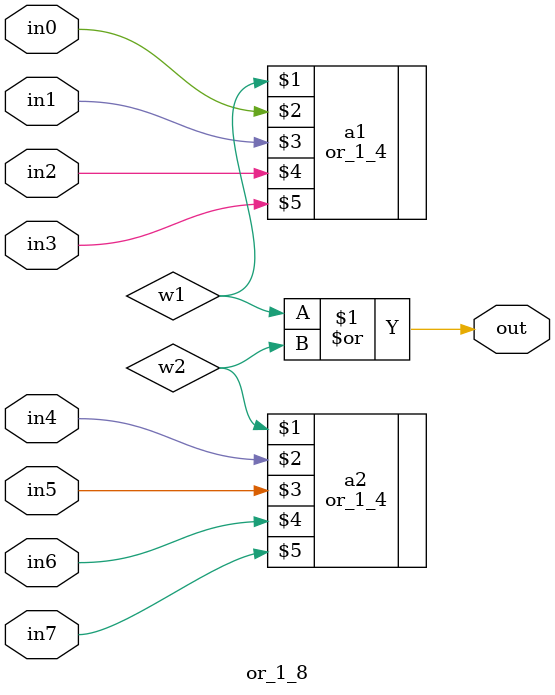
<source format=v>
module or_1_8(out,in0,in1,in2,in3,in4,in5,in6,in7);
	input in0,in1,in2,in3,in4,in5,in6,in7;
	output out;
	wire w1,w2;
	or_1_4 a1(w1,in0,in1,in2,in3);
	or_1_4 a2(w2,in4,in5,in6,in7);
	or a3(out,w1,w2);
endmodule

</source>
